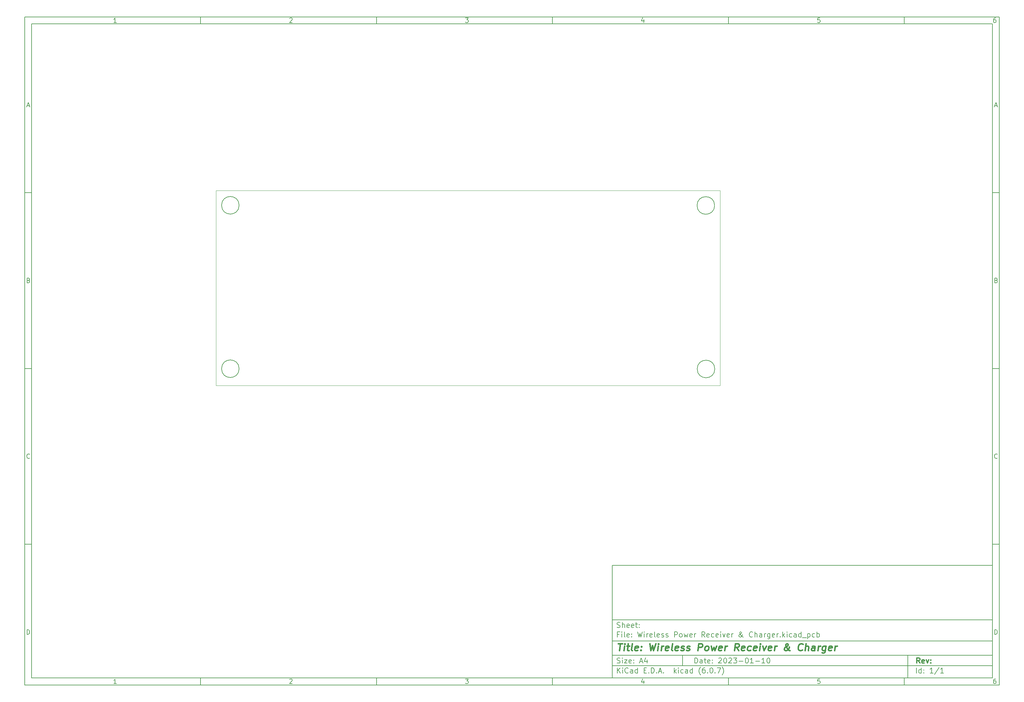
<source format=gbr>
%TF.GenerationSoftware,KiCad,Pcbnew,(6.0.7)*%
%TF.CreationDate,2023-01-12T19:29:26+03:00*%
%TF.ProjectId,Wireless Power Receiver & Charger,57697265-6c65-4737-9320-506f77657220,rev?*%
%TF.SameCoordinates,Original*%
%TF.FileFunction,Other,Comment*%
%FSLAX46Y46*%
G04 Gerber Fmt 4.6, Leading zero omitted, Abs format (unit mm)*
G04 Created by KiCad (PCBNEW (6.0.7)) date 2023-01-12 19:29:26*
%MOMM*%
%LPD*%
G01*
G04 APERTURE LIST*
%ADD10C,0.100000*%
%ADD11C,0.150000*%
%ADD12C,0.300000*%
%ADD13C,0.400000*%
%TA.AperFunction,Profile*%
%ADD14C,0.100000*%
%TD*%
G04 APERTURE END LIST*
D10*
D11*
X177002200Y-166007200D02*
X177002200Y-198007200D01*
X285002200Y-198007200D01*
X285002200Y-166007200D01*
X177002200Y-166007200D01*
D10*
D11*
X10000000Y-10000000D02*
X10000000Y-200007200D01*
X287002200Y-200007200D01*
X287002200Y-10000000D01*
X10000000Y-10000000D01*
D10*
D11*
X12000000Y-12000000D02*
X12000000Y-198007200D01*
X285002200Y-198007200D01*
X285002200Y-12000000D01*
X12000000Y-12000000D01*
D10*
D11*
X60000000Y-12000000D02*
X60000000Y-10000000D01*
D10*
D11*
X110000000Y-12000000D02*
X110000000Y-10000000D01*
D10*
D11*
X160000000Y-12000000D02*
X160000000Y-10000000D01*
D10*
D11*
X210000000Y-12000000D02*
X210000000Y-10000000D01*
D10*
D11*
X260000000Y-12000000D02*
X260000000Y-10000000D01*
D10*
D11*
X36065476Y-11588095D02*
X35322619Y-11588095D01*
X35694047Y-11588095D02*
X35694047Y-10288095D01*
X35570238Y-10473809D01*
X35446428Y-10597619D01*
X35322619Y-10659523D01*
D10*
D11*
X85322619Y-10411904D02*
X85384523Y-10350000D01*
X85508333Y-10288095D01*
X85817857Y-10288095D01*
X85941666Y-10350000D01*
X86003571Y-10411904D01*
X86065476Y-10535714D01*
X86065476Y-10659523D01*
X86003571Y-10845238D01*
X85260714Y-11588095D01*
X86065476Y-11588095D01*
D10*
D11*
X135260714Y-10288095D02*
X136065476Y-10288095D01*
X135632142Y-10783333D01*
X135817857Y-10783333D01*
X135941666Y-10845238D01*
X136003571Y-10907142D01*
X136065476Y-11030952D01*
X136065476Y-11340476D01*
X136003571Y-11464285D01*
X135941666Y-11526190D01*
X135817857Y-11588095D01*
X135446428Y-11588095D01*
X135322619Y-11526190D01*
X135260714Y-11464285D01*
D10*
D11*
X185941666Y-10721428D02*
X185941666Y-11588095D01*
X185632142Y-10226190D02*
X185322619Y-11154761D01*
X186127380Y-11154761D01*
D10*
D11*
X236003571Y-10288095D02*
X235384523Y-10288095D01*
X235322619Y-10907142D01*
X235384523Y-10845238D01*
X235508333Y-10783333D01*
X235817857Y-10783333D01*
X235941666Y-10845238D01*
X236003571Y-10907142D01*
X236065476Y-11030952D01*
X236065476Y-11340476D01*
X236003571Y-11464285D01*
X235941666Y-11526190D01*
X235817857Y-11588095D01*
X235508333Y-11588095D01*
X235384523Y-11526190D01*
X235322619Y-11464285D01*
D10*
D11*
X285941666Y-10288095D02*
X285694047Y-10288095D01*
X285570238Y-10350000D01*
X285508333Y-10411904D01*
X285384523Y-10597619D01*
X285322619Y-10845238D01*
X285322619Y-11340476D01*
X285384523Y-11464285D01*
X285446428Y-11526190D01*
X285570238Y-11588095D01*
X285817857Y-11588095D01*
X285941666Y-11526190D01*
X286003571Y-11464285D01*
X286065476Y-11340476D01*
X286065476Y-11030952D01*
X286003571Y-10907142D01*
X285941666Y-10845238D01*
X285817857Y-10783333D01*
X285570238Y-10783333D01*
X285446428Y-10845238D01*
X285384523Y-10907142D01*
X285322619Y-11030952D01*
D10*
D11*
X60000000Y-198007200D02*
X60000000Y-200007200D01*
D10*
D11*
X110000000Y-198007200D02*
X110000000Y-200007200D01*
D10*
D11*
X160000000Y-198007200D02*
X160000000Y-200007200D01*
D10*
D11*
X210000000Y-198007200D02*
X210000000Y-200007200D01*
D10*
D11*
X260000000Y-198007200D02*
X260000000Y-200007200D01*
D10*
D11*
X36065476Y-199595295D02*
X35322619Y-199595295D01*
X35694047Y-199595295D02*
X35694047Y-198295295D01*
X35570238Y-198481009D01*
X35446428Y-198604819D01*
X35322619Y-198666723D01*
D10*
D11*
X85322619Y-198419104D02*
X85384523Y-198357200D01*
X85508333Y-198295295D01*
X85817857Y-198295295D01*
X85941666Y-198357200D01*
X86003571Y-198419104D01*
X86065476Y-198542914D01*
X86065476Y-198666723D01*
X86003571Y-198852438D01*
X85260714Y-199595295D01*
X86065476Y-199595295D01*
D10*
D11*
X135260714Y-198295295D02*
X136065476Y-198295295D01*
X135632142Y-198790533D01*
X135817857Y-198790533D01*
X135941666Y-198852438D01*
X136003571Y-198914342D01*
X136065476Y-199038152D01*
X136065476Y-199347676D01*
X136003571Y-199471485D01*
X135941666Y-199533390D01*
X135817857Y-199595295D01*
X135446428Y-199595295D01*
X135322619Y-199533390D01*
X135260714Y-199471485D01*
D10*
D11*
X185941666Y-198728628D02*
X185941666Y-199595295D01*
X185632142Y-198233390D02*
X185322619Y-199161961D01*
X186127380Y-199161961D01*
D10*
D11*
X236003571Y-198295295D02*
X235384523Y-198295295D01*
X235322619Y-198914342D01*
X235384523Y-198852438D01*
X235508333Y-198790533D01*
X235817857Y-198790533D01*
X235941666Y-198852438D01*
X236003571Y-198914342D01*
X236065476Y-199038152D01*
X236065476Y-199347676D01*
X236003571Y-199471485D01*
X235941666Y-199533390D01*
X235817857Y-199595295D01*
X235508333Y-199595295D01*
X235384523Y-199533390D01*
X235322619Y-199471485D01*
D10*
D11*
X285941666Y-198295295D02*
X285694047Y-198295295D01*
X285570238Y-198357200D01*
X285508333Y-198419104D01*
X285384523Y-198604819D01*
X285322619Y-198852438D01*
X285322619Y-199347676D01*
X285384523Y-199471485D01*
X285446428Y-199533390D01*
X285570238Y-199595295D01*
X285817857Y-199595295D01*
X285941666Y-199533390D01*
X286003571Y-199471485D01*
X286065476Y-199347676D01*
X286065476Y-199038152D01*
X286003571Y-198914342D01*
X285941666Y-198852438D01*
X285817857Y-198790533D01*
X285570238Y-198790533D01*
X285446428Y-198852438D01*
X285384523Y-198914342D01*
X285322619Y-199038152D01*
D10*
D11*
X10000000Y-60000000D02*
X12000000Y-60000000D01*
D10*
D11*
X10000000Y-110000000D02*
X12000000Y-110000000D01*
D10*
D11*
X10000000Y-160000000D02*
X12000000Y-160000000D01*
D10*
D11*
X10690476Y-35216666D02*
X11309523Y-35216666D01*
X10566666Y-35588095D02*
X11000000Y-34288095D01*
X11433333Y-35588095D01*
D10*
D11*
X11092857Y-84907142D02*
X11278571Y-84969047D01*
X11340476Y-85030952D01*
X11402380Y-85154761D01*
X11402380Y-85340476D01*
X11340476Y-85464285D01*
X11278571Y-85526190D01*
X11154761Y-85588095D01*
X10659523Y-85588095D01*
X10659523Y-84288095D01*
X11092857Y-84288095D01*
X11216666Y-84350000D01*
X11278571Y-84411904D01*
X11340476Y-84535714D01*
X11340476Y-84659523D01*
X11278571Y-84783333D01*
X11216666Y-84845238D01*
X11092857Y-84907142D01*
X10659523Y-84907142D01*
D10*
D11*
X11402380Y-135464285D02*
X11340476Y-135526190D01*
X11154761Y-135588095D01*
X11030952Y-135588095D01*
X10845238Y-135526190D01*
X10721428Y-135402380D01*
X10659523Y-135278571D01*
X10597619Y-135030952D01*
X10597619Y-134845238D01*
X10659523Y-134597619D01*
X10721428Y-134473809D01*
X10845238Y-134350000D01*
X11030952Y-134288095D01*
X11154761Y-134288095D01*
X11340476Y-134350000D01*
X11402380Y-134411904D01*
D10*
D11*
X10659523Y-185588095D02*
X10659523Y-184288095D01*
X10969047Y-184288095D01*
X11154761Y-184350000D01*
X11278571Y-184473809D01*
X11340476Y-184597619D01*
X11402380Y-184845238D01*
X11402380Y-185030952D01*
X11340476Y-185278571D01*
X11278571Y-185402380D01*
X11154761Y-185526190D01*
X10969047Y-185588095D01*
X10659523Y-185588095D01*
D10*
D11*
X287002200Y-60000000D02*
X285002200Y-60000000D01*
D10*
D11*
X287002200Y-110000000D02*
X285002200Y-110000000D01*
D10*
D11*
X287002200Y-160000000D02*
X285002200Y-160000000D01*
D10*
D11*
X285692676Y-35216666D02*
X286311723Y-35216666D01*
X285568866Y-35588095D02*
X286002200Y-34288095D01*
X286435533Y-35588095D01*
D10*
D11*
X286095057Y-84907142D02*
X286280771Y-84969047D01*
X286342676Y-85030952D01*
X286404580Y-85154761D01*
X286404580Y-85340476D01*
X286342676Y-85464285D01*
X286280771Y-85526190D01*
X286156961Y-85588095D01*
X285661723Y-85588095D01*
X285661723Y-84288095D01*
X286095057Y-84288095D01*
X286218866Y-84350000D01*
X286280771Y-84411904D01*
X286342676Y-84535714D01*
X286342676Y-84659523D01*
X286280771Y-84783333D01*
X286218866Y-84845238D01*
X286095057Y-84907142D01*
X285661723Y-84907142D01*
D10*
D11*
X286404580Y-135464285D02*
X286342676Y-135526190D01*
X286156961Y-135588095D01*
X286033152Y-135588095D01*
X285847438Y-135526190D01*
X285723628Y-135402380D01*
X285661723Y-135278571D01*
X285599819Y-135030952D01*
X285599819Y-134845238D01*
X285661723Y-134597619D01*
X285723628Y-134473809D01*
X285847438Y-134350000D01*
X286033152Y-134288095D01*
X286156961Y-134288095D01*
X286342676Y-134350000D01*
X286404580Y-134411904D01*
D10*
D11*
X285661723Y-185588095D02*
X285661723Y-184288095D01*
X285971247Y-184288095D01*
X286156961Y-184350000D01*
X286280771Y-184473809D01*
X286342676Y-184597619D01*
X286404580Y-184845238D01*
X286404580Y-185030952D01*
X286342676Y-185278571D01*
X286280771Y-185402380D01*
X286156961Y-185526190D01*
X285971247Y-185588095D01*
X285661723Y-185588095D01*
D10*
D11*
X200434342Y-193785771D02*
X200434342Y-192285771D01*
X200791485Y-192285771D01*
X201005771Y-192357200D01*
X201148628Y-192500057D01*
X201220057Y-192642914D01*
X201291485Y-192928628D01*
X201291485Y-193142914D01*
X201220057Y-193428628D01*
X201148628Y-193571485D01*
X201005771Y-193714342D01*
X200791485Y-193785771D01*
X200434342Y-193785771D01*
X202577200Y-193785771D02*
X202577200Y-193000057D01*
X202505771Y-192857200D01*
X202362914Y-192785771D01*
X202077200Y-192785771D01*
X201934342Y-192857200D01*
X202577200Y-193714342D02*
X202434342Y-193785771D01*
X202077200Y-193785771D01*
X201934342Y-193714342D01*
X201862914Y-193571485D01*
X201862914Y-193428628D01*
X201934342Y-193285771D01*
X202077200Y-193214342D01*
X202434342Y-193214342D01*
X202577200Y-193142914D01*
X203077200Y-192785771D02*
X203648628Y-192785771D01*
X203291485Y-192285771D02*
X203291485Y-193571485D01*
X203362914Y-193714342D01*
X203505771Y-193785771D01*
X203648628Y-193785771D01*
X204720057Y-193714342D02*
X204577200Y-193785771D01*
X204291485Y-193785771D01*
X204148628Y-193714342D01*
X204077200Y-193571485D01*
X204077200Y-193000057D01*
X204148628Y-192857200D01*
X204291485Y-192785771D01*
X204577200Y-192785771D01*
X204720057Y-192857200D01*
X204791485Y-193000057D01*
X204791485Y-193142914D01*
X204077200Y-193285771D01*
X205434342Y-193642914D02*
X205505771Y-193714342D01*
X205434342Y-193785771D01*
X205362914Y-193714342D01*
X205434342Y-193642914D01*
X205434342Y-193785771D01*
X205434342Y-192857200D02*
X205505771Y-192928628D01*
X205434342Y-193000057D01*
X205362914Y-192928628D01*
X205434342Y-192857200D01*
X205434342Y-193000057D01*
X207220057Y-192428628D02*
X207291485Y-192357200D01*
X207434342Y-192285771D01*
X207791485Y-192285771D01*
X207934342Y-192357200D01*
X208005771Y-192428628D01*
X208077200Y-192571485D01*
X208077200Y-192714342D01*
X208005771Y-192928628D01*
X207148628Y-193785771D01*
X208077200Y-193785771D01*
X209005771Y-192285771D02*
X209148628Y-192285771D01*
X209291485Y-192357200D01*
X209362914Y-192428628D01*
X209434342Y-192571485D01*
X209505771Y-192857200D01*
X209505771Y-193214342D01*
X209434342Y-193500057D01*
X209362914Y-193642914D01*
X209291485Y-193714342D01*
X209148628Y-193785771D01*
X209005771Y-193785771D01*
X208862914Y-193714342D01*
X208791485Y-193642914D01*
X208720057Y-193500057D01*
X208648628Y-193214342D01*
X208648628Y-192857200D01*
X208720057Y-192571485D01*
X208791485Y-192428628D01*
X208862914Y-192357200D01*
X209005771Y-192285771D01*
X210077200Y-192428628D02*
X210148628Y-192357200D01*
X210291485Y-192285771D01*
X210648628Y-192285771D01*
X210791485Y-192357200D01*
X210862914Y-192428628D01*
X210934342Y-192571485D01*
X210934342Y-192714342D01*
X210862914Y-192928628D01*
X210005771Y-193785771D01*
X210934342Y-193785771D01*
X211434342Y-192285771D02*
X212362914Y-192285771D01*
X211862914Y-192857200D01*
X212077200Y-192857200D01*
X212220057Y-192928628D01*
X212291485Y-193000057D01*
X212362914Y-193142914D01*
X212362914Y-193500057D01*
X212291485Y-193642914D01*
X212220057Y-193714342D01*
X212077200Y-193785771D01*
X211648628Y-193785771D01*
X211505771Y-193714342D01*
X211434342Y-193642914D01*
X213005771Y-193214342D02*
X214148628Y-193214342D01*
X215148628Y-192285771D02*
X215291485Y-192285771D01*
X215434342Y-192357200D01*
X215505771Y-192428628D01*
X215577200Y-192571485D01*
X215648628Y-192857200D01*
X215648628Y-193214342D01*
X215577200Y-193500057D01*
X215505771Y-193642914D01*
X215434342Y-193714342D01*
X215291485Y-193785771D01*
X215148628Y-193785771D01*
X215005771Y-193714342D01*
X214934342Y-193642914D01*
X214862914Y-193500057D01*
X214791485Y-193214342D01*
X214791485Y-192857200D01*
X214862914Y-192571485D01*
X214934342Y-192428628D01*
X215005771Y-192357200D01*
X215148628Y-192285771D01*
X217077200Y-193785771D02*
X216220057Y-193785771D01*
X216648628Y-193785771D02*
X216648628Y-192285771D01*
X216505771Y-192500057D01*
X216362914Y-192642914D01*
X216220057Y-192714342D01*
X217720057Y-193214342D02*
X218862914Y-193214342D01*
X220362914Y-193785771D02*
X219505771Y-193785771D01*
X219934342Y-193785771D02*
X219934342Y-192285771D01*
X219791485Y-192500057D01*
X219648628Y-192642914D01*
X219505771Y-192714342D01*
X221291485Y-192285771D02*
X221434342Y-192285771D01*
X221577200Y-192357200D01*
X221648628Y-192428628D01*
X221720057Y-192571485D01*
X221791485Y-192857200D01*
X221791485Y-193214342D01*
X221720057Y-193500057D01*
X221648628Y-193642914D01*
X221577200Y-193714342D01*
X221434342Y-193785771D01*
X221291485Y-193785771D01*
X221148628Y-193714342D01*
X221077200Y-193642914D01*
X221005771Y-193500057D01*
X220934342Y-193214342D01*
X220934342Y-192857200D01*
X221005771Y-192571485D01*
X221077200Y-192428628D01*
X221148628Y-192357200D01*
X221291485Y-192285771D01*
D10*
D11*
X177002200Y-194507200D02*
X285002200Y-194507200D01*
D10*
D11*
X178434342Y-196585771D02*
X178434342Y-195085771D01*
X179291485Y-196585771D02*
X178648628Y-195728628D01*
X179291485Y-195085771D02*
X178434342Y-195942914D01*
X179934342Y-196585771D02*
X179934342Y-195585771D01*
X179934342Y-195085771D02*
X179862914Y-195157200D01*
X179934342Y-195228628D01*
X180005771Y-195157200D01*
X179934342Y-195085771D01*
X179934342Y-195228628D01*
X181505771Y-196442914D02*
X181434342Y-196514342D01*
X181220057Y-196585771D01*
X181077200Y-196585771D01*
X180862914Y-196514342D01*
X180720057Y-196371485D01*
X180648628Y-196228628D01*
X180577200Y-195942914D01*
X180577200Y-195728628D01*
X180648628Y-195442914D01*
X180720057Y-195300057D01*
X180862914Y-195157200D01*
X181077200Y-195085771D01*
X181220057Y-195085771D01*
X181434342Y-195157200D01*
X181505771Y-195228628D01*
X182791485Y-196585771D02*
X182791485Y-195800057D01*
X182720057Y-195657200D01*
X182577200Y-195585771D01*
X182291485Y-195585771D01*
X182148628Y-195657200D01*
X182791485Y-196514342D02*
X182648628Y-196585771D01*
X182291485Y-196585771D01*
X182148628Y-196514342D01*
X182077200Y-196371485D01*
X182077200Y-196228628D01*
X182148628Y-196085771D01*
X182291485Y-196014342D01*
X182648628Y-196014342D01*
X182791485Y-195942914D01*
X184148628Y-196585771D02*
X184148628Y-195085771D01*
X184148628Y-196514342D02*
X184005771Y-196585771D01*
X183720057Y-196585771D01*
X183577200Y-196514342D01*
X183505771Y-196442914D01*
X183434342Y-196300057D01*
X183434342Y-195871485D01*
X183505771Y-195728628D01*
X183577200Y-195657200D01*
X183720057Y-195585771D01*
X184005771Y-195585771D01*
X184148628Y-195657200D01*
X186005771Y-195800057D02*
X186505771Y-195800057D01*
X186720057Y-196585771D02*
X186005771Y-196585771D01*
X186005771Y-195085771D01*
X186720057Y-195085771D01*
X187362914Y-196442914D02*
X187434342Y-196514342D01*
X187362914Y-196585771D01*
X187291485Y-196514342D01*
X187362914Y-196442914D01*
X187362914Y-196585771D01*
X188077200Y-196585771D02*
X188077200Y-195085771D01*
X188434342Y-195085771D01*
X188648628Y-195157200D01*
X188791485Y-195300057D01*
X188862914Y-195442914D01*
X188934342Y-195728628D01*
X188934342Y-195942914D01*
X188862914Y-196228628D01*
X188791485Y-196371485D01*
X188648628Y-196514342D01*
X188434342Y-196585771D01*
X188077200Y-196585771D01*
X189577200Y-196442914D02*
X189648628Y-196514342D01*
X189577200Y-196585771D01*
X189505771Y-196514342D01*
X189577200Y-196442914D01*
X189577200Y-196585771D01*
X190220057Y-196157200D02*
X190934342Y-196157200D01*
X190077200Y-196585771D02*
X190577200Y-195085771D01*
X191077200Y-196585771D01*
X191577200Y-196442914D02*
X191648628Y-196514342D01*
X191577200Y-196585771D01*
X191505771Y-196514342D01*
X191577200Y-196442914D01*
X191577200Y-196585771D01*
X194577200Y-196585771D02*
X194577200Y-195085771D01*
X194720057Y-196014342D02*
X195148628Y-196585771D01*
X195148628Y-195585771D02*
X194577200Y-196157200D01*
X195791485Y-196585771D02*
X195791485Y-195585771D01*
X195791485Y-195085771D02*
X195720057Y-195157200D01*
X195791485Y-195228628D01*
X195862914Y-195157200D01*
X195791485Y-195085771D01*
X195791485Y-195228628D01*
X197148628Y-196514342D02*
X197005771Y-196585771D01*
X196720057Y-196585771D01*
X196577200Y-196514342D01*
X196505771Y-196442914D01*
X196434342Y-196300057D01*
X196434342Y-195871485D01*
X196505771Y-195728628D01*
X196577200Y-195657200D01*
X196720057Y-195585771D01*
X197005771Y-195585771D01*
X197148628Y-195657200D01*
X198434342Y-196585771D02*
X198434342Y-195800057D01*
X198362914Y-195657200D01*
X198220057Y-195585771D01*
X197934342Y-195585771D01*
X197791485Y-195657200D01*
X198434342Y-196514342D02*
X198291485Y-196585771D01*
X197934342Y-196585771D01*
X197791485Y-196514342D01*
X197720057Y-196371485D01*
X197720057Y-196228628D01*
X197791485Y-196085771D01*
X197934342Y-196014342D01*
X198291485Y-196014342D01*
X198434342Y-195942914D01*
X199791485Y-196585771D02*
X199791485Y-195085771D01*
X199791485Y-196514342D02*
X199648628Y-196585771D01*
X199362914Y-196585771D01*
X199220057Y-196514342D01*
X199148628Y-196442914D01*
X199077200Y-196300057D01*
X199077200Y-195871485D01*
X199148628Y-195728628D01*
X199220057Y-195657200D01*
X199362914Y-195585771D01*
X199648628Y-195585771D01*
X199791485Y-195657200D01*
X202077200Y-197157200D02*
X202005771Y-197085771D01*
X201862914Y-196871485D01*
X201791485Y-196728628D01*
X201720057Y-196514342D01*
X201648628Y-196157200D01*
X201648628Y-195871485D01*
X201720057Y-195514342D01*
X201791485Y-195300057D01*
X201862914Y-195157200D01*
X202005771Y-194942914D01*
X202077200Y-194871485D01*
X203291485Y-195085771D02*
X203005771Y-195085771D01*
X202862914Y-195157200D01*
X202791485Y-195228628D01*
X202648628Y-195442914D01*
X202577200Y-195728628D01*
X202577200Y-196300057D01*
X202648628Y-196442914D01*
X202720057Y-196514342D01*
X202862914Y-196585771D01*
X203148628Y-196585771D01*
X203291485Y-196514342D01*
X203362914Y-196442914D01*
X203434342Y-196300057D01*
X203434342Y-195942914D01*
X203362914Y-195800057D01*
X203291485Y-195728628D01*
X203148628Y-195657200D01*
X202862914Y-195657200D01*
X202720057Y-195728628D01*
X202648628Y-195800057D01*
X202577200Y-195942914D01*
X204077200Y-196442914D02*
X204148628Y-196514342D01*
X204077200Y-196585771D01*
X204005771Y-196514342D01*
X204077200Y-196442914D01*
X204077200Y-196585771D01*
X205077200Y-195085771D02*
X205220057Y-195085771D01*
X205362914Y-195157200D01*
X205434342Y-195228628D01*
X205505771Y-195371485D01*
X205577200Y-195657200D01*
X205577200Y-196014342D01*
X205505771Y-196300057D01*
X205434342Y-196442914D01*
X205362914Y-196514342D01*
X205220057Y-196585771D01*
X205077200Y-196585771D01*
X204934342Y-196514342D01*
X204862914Y-196442914D01*
X204791485Y-196300057D01*
X204720057Y-196014342D01*
X204720057Y-195657200D01*
X204791485Y-195371485D01*
X204862914Y-195228628D01*
X204934342Y-195157200D01*
X205077200Y-195085771D01*
X206220057Y-196442914D02*
X206291485Y-196514342D01*
X206220057Y-196585771D01*
X206148628Y-196514342D01*
X206220057Y-196442914D01*
X206220057Y-196585771D01*
X206791485Y-195085771D02*
X207791485Y-195085771D01*
X207148628Y-196585771D01*
X208220057Y-197157200D02*
X208291485Y-197085771D01*
X208434342Y-196871485D01*
X208505771Y-196728628D01*
X208577200Y-196514342D01*
X208648628Y-196157200D01*
X208648628Y-195871485D01*
X208577200Y-195514342D01*
X208505771Y-195300057D01*
X208434342Y-195157200D01*
X208291485Y-194942914D01*
X208220057Y-194871485D01*
D10*
D11*
X177002200Y-191507200D02*
X285002200Y-191507200D01*
D10*
D12*
X264411485Y-193785771D02*
X263911485Y-193071485D01*
X263554342Y-193785771D02*
X263554342Y-192285771D01*
X264125771Y-192285771D01*
X264268628Y-192357200D01*
X264340057Y-192428628D01*
X264411485Y-192571485D01*
X264411485Y-192785771D01*
X264340057Y-192928628D01*
X264268628Y-193000057D01*
X264125771Y-193071485D01*
X263554342Y-193071485D01*
X265625771Y-193714342D02*
X265482914Y-193785771D01*
X265197200Y-193785771D01*
X265054342Y-193714342D01*
X264982914Y-193571485D01*
X264982914Y-193000057D01*
X265054342Y-192857200D01*
X265197200Y-192785771D01*
X265482914Y-192785771D01*
X265625771Y-192857200D01*
X265697200Y-193000057D01*
X265697200Y-193142914D01*
X264982914Y-193285771D01*
X266197200Y-192785771D02*
X266554342Y-193785771D01*
X266911485Y-192785771D01*
X267482914Y-193642914D02*
X267554342Y-193714342D01*
X267482914Y-193785771D01*
X267411485Y-193714342D01*
X267482914Y-193642914D01*
X267482914Y-193785771D01*
X267482914Y-192857200D02*
X267554342Y-192928628D01*
X267482914Y-193000057D01*
X267411485Y-192928628D01*
X267482914Y-192857200D01*
X267482914Y-193000057D01*
D10*
D11*
X178362914Y-193714342D02*
X178577200Y-193785771D01*
X178934342Y-193785771D01*
X179077200Y-193714342D01*
X179148628Y-193642914D01*
X179220057Y-193500057D01*
X179220057Y-193357200D01*
X179148628Y-193214342D01*
X179077200Y-193142914D01*
X178934342Y-193071485D01*
X178648628Y-193000057D01*
X178505771Y-192928628D01*
X178434342Y-192857200D01*
X178362914Y-192714342D01*
X178362914Y-192571485D01*
X178434342Y-192428628D01*
X178505771Y-192357200D01*
X178648628Y-192285771D01*
X179005771Y-192285771D01*
X179220057Y-192357200D01*
X179862914Y-193785771D02*
X179862914Y-192785771D01*
X179862914Y-192285771D02*
X179791485Y-192357200D01*
X179862914Y-192428628D01*
X179934342Y-192357200D01*
X179862914Y-192285771D01*
X179862914Y-192428628D01*
X180434342Y-192785771D02*
X181220057Y-192785771D01*
X180434342Y-193785771D01*
X181220057Y-193785771D01*
X182362914Y-193714342D02*
X182220057Y-193785771D01*
X181934342Y-193785771D01*
X181791485Y-193714342D01*
X181720057Y-193571485D01*
X181720057Y-193000057D01*
X181791485Y-192857200D01*
X181934342Y-192785771D01*
X182220057Y-192785771D01*
X182362914Y-192857200D01*
X182434342Y-193000057D01*
X182434342Y-193142914D01*
X181720057Y-193285771D01*
X183077200Y-193642914D02*
X183148628Y-193714342D01*
X183077200Y-193785771D01*
X183005771Y-193714342D01*
X183077200Y-193642914D01*
X183077200Y-193785771D01*
X183077200Y-192857200D02*
X183148628Y-192928628D01*
X183077200Y-193000057D01*
X183005771Y-192928628D01*
X183077200Y-192857200D01*
X183077200Y-193000057D01*
X184862914Y-193357200D02*
X185577200Y-193357200D01*
X184720057Y-193785771D02*
X185220057Y-192285771D01*
X185720057Y-193785771D01*
X186862914Y-192785771D02*
X186862914Y-193785771D01*
X186505771Y-192214342D02*
X186148628Y-193285771D01*
X187077200Y-193285771D01*
D10*
D11*
X263434342Y-196585771D02*
X263434342Y-195085771D01*
X264791485Y-196585771D02*
X264791485Y-195085771D01*
X264791485Y-196514342D02*
X264648628Y-196585771D01*
X264362914Y-196585771D01*
X264220057Y-196514342D01*
X264148628Y-196442914D01*
X264077200Y-196300057D01*
X264077200Y-195871485D01*
X264148628Y-195728628D01*
X264220057Y-195657200D01*
X264362914Y-195585771D01*
X264648628Y-195585771D01*
X264791485Y-195657200D01*
X265505771Y-196442914D02*
X265577200Y-196514342D01*
X265505771Y-196585771D01*
X265434342Y-196514342D01*
X265505771Y-196442914D01*
X265505771Y-196585771D01*
X265505771Y-195657200D02*
X265577200Y-195728628D01*
X265505771Y-195800057D01*
X265434342Y-195728628D01*
X265505771Y-195657200D01*
X265505771Y-195800057D01*
X268148628Y-196585771D02*
X267291485Y-196585771D01*
X267720057Y-196585771D02*
X267720057Y-195085771D01*
X267577200Y-195300057D01*
X267434342Y-195442914D01*
X267291485Y-195514342D01*
X269862914Y-195014342D02*
X268577200Y-196942914D01*
X271148628Y-196585771D02*
X270291485Y-196585771D01*
X270720057Y-196585771D02*
X270720057Y-195085771D01*
X270577200Y-195300057D01*
X270434342Y-195442914D01*
X270291485Y-195514342D01*
D10*
D11*
X177002200Y-187507200D02*
X285002200Y-187507200D01*
D10*
D13*
X178714580Y-188211961D02*
X179857438Y-188211961D01*
X179036009Y-190211961D02*
X179286009Y-188211961D01*
X180274104Y-190211961D02*
X180440771Y-188878628D01*
X180524104Y-188211961D02*
X180416961Y-188307200D01*
X180500295Y-188402438D01*
X180607438Y-188307200D01*
X180524104Y-188211961D01*
X180500295Y-188402438D01*
X181107438Y-188878628D02*
X181869342Y-188878628D01*
X181476485Y-188211961D02*
X181262200Y-189926247D01*
X181333628Y-190116723D01*
X181512200Y-190211961D01*
X181702676Y-190211961D01*
X182655057Y-190211961D02*
X182476485Y-190116723D01*
X182405057Y-189926247D01*
X182619342Y-188211961D01*
X184190771Y-190116723D02*
X183988390Y-190211961D01*
X183607438Y-190211961D01*
X183428866Y-190116723D01*
X183357438Y-189926247D01*
X183452676Y-189164342D01*
X183571723Y-188973866D01*
X183774104Y-188878628D01*
X184155057Y-188878628D01*
X184333628Y-188973866D01*
X184405057Y-189164342D01*
X184381247Y-189354819D01*
X183405057Y-189545295D01*
X185155057Y-190021485D02*
X185238390Y-190116723D01*
X185131247Y-190211961D01*
X185047914Y-190116723D01*
X185155057Y-190021485D01*
X185131247Y-190211961D01*
X185286009Y-188973866D02*
X185369342Y-189069104D01*
X185262200Y-189164342D01*
X185178866Y-189069104D01*
X185286009Y-188973866D01*
X185262200Y-189164342D01*
X187666961Y-188211961D02*
X187893152Y-190211961D01*
X188452676Y-188783390D01*
X188655057Y-190211961D01*
X189381247Y-188211961D01*
X189893152Y-190211961D02*
X190059819Y-188878628D01*
X190143152Y-188211961D02*
X190036009Y-188307200D01*
X190119342Y-188402438D01*
X190226485Y-188307200D01*
X190143152Y-188211961D01*
X190119342Y-188402438D01*
X190845533Y-190211961D02*
X191012200Y-188878628D01*
X190964580Y-189259580D02*
X191083628Y-189069104D01*
X191190771Y-188973866D01*
X191393152Y-188878628D01*
X191583628Y-188878628D01*
X192857438Y-190116723D02*
X192655057Y-190211961D01*
X192274104Y-190211961D01*
X192095533Y-190116723D01*
X192024104Y-189926247D01*
X192119342Y-189164342D01*
X192238390Y-188973866D01*
X192440771Y-188878628D01*
X192821723Y-188878628D01*
X193000295Y-188973866D01*
X193071723Y-189164342D01*
X193047914Y-189354819D01*
X192071723Y-189545295D01*
X194083628Y-190211961D02*
X193905057Y-190116723D01*
X193833628Y-189926247D01*
X194047914Y-188211961D01*
X195619342Y-190116723D02*
X195416961Y-190211961D01*
X195036009Y-190211961D01*
X194857438Y-190116723D01*
X194786009Y-189926247D01*
X194881247Y-189164342D01*
X195000295Y-188973866D01*
X195202676Y-188878628D01*
X195583628Y-188878628D01*
X195762200Y-188973866D01*
X195833628Y-189164342D01*
X195809819Y-189354819D01*
X194833628Y-189545295D01*
X196476485Y-190116723D02*
X196655057Y-190211961D01*
X197036009Y-190211961D01*
X197238390Y-190116723D01*
X197357438Y-189926247D01*
X197369342Y-189831009D01*
X197297914Y-189640533D01*
X197119342Y-189545295D01*
X196833628Y-189545295D01*
X196655057Y-189450057D01*
X196583628Y-189259580D01*
X196595533Y-189164342D01*
X196714580Y-188973866D01*
X196916961Y-188878628D01*
X197202676Y-188878628D01*
X197381247Y-188973866D01*
X198095533Y-190116723D02*
X198274104Y-190211961D01*
X198655057Y-190211961D01*
X198857438Y-190116723D01*
X198976485Y-189926247D01*
X198988390Y-189831009D01*
X198916961Y-189640533D01*
X198738390Y-189545295D01*
X198452676Y-189545295D01*
X198274104Y-189450057D01*
X198202676Y-189259580D01*
X198214580Y-189164342D01*
X198333628Y-188973866D01*
X198536009Y-188878628D01*
X198821723Y-188878628D01*
X199000295Y-188973866D01*
X201321723Y-190211961D02*
X201571723Y-188211961D01*
X202333628Y-188211961D01*
X202512200Y-188307200D01*
X202595533Y-188402438D01*
X202666961Y-188592914D01*
X202631247Y-188878628D01*
X202512200Y-189069104D01*
X202405057Y-189164342D01*
X202202676Y-189259580D01*
X201440771Y-189259580D01*
X203607438Y-190211961D02*
X203428866Y-190116723D01*
X203345533Y-190021485D01*
X203274104Y-189831009D01*
X203345533Y-189259580D01*
X203464580Y-189069104D01*
X203571723Y-188973866D01*
X203774104Y-188878628D01*
X204059819Y-188878628D01*
X204238390Y-188973866D01*
X204321723Y-189069104D01*
X204393152Y-189259580D01*
X204321723Y-189831009D01*
X204202676Y-190021485D01*
X204095533Y-190116723D01*
X203893152Y-190211961D01*
X203607438Y-190211961D01*
X205107438Y-188878628D02*
X205321723Y-190211961D01*
X205821723Y-189259580D01*
X206083628Y-190211961D01*
X206631247Y-188878628D01*
X208000295Y-190116723D02*
X207797914Y-190211961D01*
X207416961Y-190211961D01*
X207238390Y-190116723D01*
X207166961Y-189926247D01*
X207262200Y-189164342D01*
X207381247Y-188973866D01*
X207583628Y-188878628D01*
X207964580Y-188878628D01*
X208143152Y-188973866D01*
X208214580Y-189164342D01*
X208190771Y-189354819D01*
X207214580Y-189545295D01*
X208940771Y-190211961D02*
X209107438Y-188878628D01*
X209059819Y-189259580D02*
X209178866Y-189069104D01*
X209286009Y-188973866D01*
X209488390Y-188878628D01*
X209678866Y-188878628D01*
X212845533Y-190211961D02*
X212297914Y-189259580D01*
X211702676Y-190211961D02*
X211952676Y-188211961D01*
X212714580Y-188211961D01*
X212893152Y-188307200D01*
X212976485Y-188402438D01*
X213047914Y-188592914D01*
X213012200Y-188878628D01*
X212893152Y-189069104D01*
X212786009Y-189164342D01*
X212583628Y-189259580D01*
X211821723Y-189259580D01*
X214476485Y-190116723D02*
X214274104Y-190211961D01*
X213893152Y-190211961D01*
X213714580Y-190116723D01*
X213643152Y-189926247D01*
X213738390Y-189164342D01*
X213857438Y-188973866D01*
X214059819Y-188878628D01*
X214440771Y-188878628D01*
X214619342Y-188973866D01*
X214690771Y-189164342D01*
X214666961Y-189354819D01*
X213690771Y-189545295D01*
X216286009Y-190116723D02*
X216083628Y-190211961D01*
X215702676Y-190211961D01*
X215524104Y-190116723D01*
X215440771Y-190021485D01*
X215369342Y-189831009D01*
X215440771Y-189259580D01*
X215559819Y-189069104D01*
X215666961Y-188973866D01*
X215869342Y-188878628D01*
X216250295Y-188878628D01*
X216428866Y-188973866D01*
X217905057Y-190116723D02*
X217702676Y-190211961D01*
X217321723Y-190211961D01*
X217143152Y-190116723D01*
X217071723Y-189926247D01*
X217166961Y-189164342D01*
X217286009Y-188973866D01*
X217488390Y-188878628D01*
X217869342Y-188878628D01*
X218047914Y-188973866D01*
X218119342Y-189164342D01*
X218095533Y-189354819D01*
X217119342Y-189545295D01*
X218845533Y-190211961D02*
X219012200Y-188878628D01*
X219095533Y-188211961D02*
X218988390Y-188307200D01*
X219071723Y-188402438D01*
X219178866Y-188307200D01*
X219095533Y-188211961D01*
X219071723Y-188402438D01*
X219774104Y-188878628D02*
X220083628Y-190211961D01*
X220726485Y-188878628D01*
X222095533Y-190116723D02*
X221893152Y-190211961D01*
X221512200Y-190211961D01*
X221333628Y-190116723D01*
X221262200Y-189926247D01*
X221357438Y-189164342D01*
X221476485Y-188973866D01*
X221678866Y-188878628D01*
X222059819Y-188878628D01*
X222238390Y-188973866D01*
X222309819Y-189164342D01*
X222286009Y-189354819D01*
X221309819Y-189545295D01*
X223036009Y-190211961D02*
X223202676Y-188878628D01*
X223155057Y-189259580D02*
X223274104Y-189069104D01*
X223381247Y-188973866D01*
X223583628Y-188878628D01*
X223774104Y-188878628D01*
X227416961Y-190211961D02*
X227321723Y-190211961D01*
X227143152Y-190116723D01*
X226893152Y-189831009D01*
X226488390Y-189259580D01*
X226333628Y-188973866D01*
X226274104Y-188688152D01*
X226297914Y-188497676D01*
X226416961Y-188307200D01*
X226619342Y-188211961D01*
X226714580Y-188211961D01*
X226893152Y-188307200D01*
X226964580Y-188497676D01*
X226952676Y-188592914D01*
X226833628Y-188783390D01*
X226726485Y-188878628D01*
X226107438Y-189259580D01*
X226000295Y-189354819D01*
X225881247Y-189545295D01*
X225845533Y-189831009D01*
X225916961Y-190021485D01*
X226000295Y-190116723D01*
X226178866Y-190211961D01*
X226464580Y-190211961D01*
X226666961Y-190116723D01*
X226774104Y-190021485D01*
X227107438Y-189640533D01*
X227238390Y-189354819D01*
X227262200Y-189164342D01*
X230964580Y-190021485D02*
X230857438Y-190116723D01*
X230559819Y-190211961D01*
X230369342Y-190211961D01*
X230095533Y-190116723D01*
X229928866Y-189926247D01*
X229857438Y-189735771D01*
X229809819Y-189354819D01*
X229845533Y-189069104D01*
X229988390Y-188688152D01*
X230107438Y-188497676D01*
X230321723Y-188307200D01*
X230619342Y-188211961D01*
X230809819Y-188211961D01*
X231083628Y-188307200D01*
X231166961Y-188402438D01*
X231797914Y-190211961D02*
X232047914Y-188211961D01*
X232655057Y-190211961D02*
X232786009Y-189164342D01*
X232714580Y-188973866D01*
X232536009Y-188878628D01*
X232250295Y-188878628D01*
X232047914Y-188973866D01*
X231940771Y-189069104D01*
X234464580Y-190211961D02*
X234595533Y-189164342D01*
X234524104Y-188973866D01*
X234345533Y-188878628D01*
X233964580Y-188878628D01*
X233762200Y-188973866D01*
X234476485Y-190116723D02*
X234274104Y-190211961D01*
X233797914Y-190211961D01*
X233619342Y-190116723D01*
X233547914Y-189926247D01*
X233571723Y-189735771D01*
X233690771Y-189545295D01*
X233893152Y-189450057D01*
X234369342Y-189450057D01*
X234571723Y-189354819D01*
X235416961Y-190211961D02*
X235583628Y-188878628D01*
X235536009Y-189259580D02*
X235655057Y-189069104D01*
X235762200Y-188973866D01*
X235964580Y-188878628D01*
X236155057Y-188878628D01*
X237678866Y-188878628D02*
X237476485Y-190497676D01*
X237357438Y-190688152D01*
X237250295Y-190783390D01*
X237047914Y-190878628D01*
X236762200Y-190878628D01*
X236583628Y-190783390D01*
X237524104Y-190116723D02*
X237321723Y-190211961D01*
X236940771Y-190211961D01*
X236762200Y-190116723D01*
X236678866Y-190021485D01*
X236607438Y-189831009D01*
X236678866Y-189259580D01*
X236797914Y-189069104D01*
X236905057Y-188973866D01*
X237107438Y-188878628D01*
X237488390Y-188878628D01*
X237666961Y-188973866D01*
X239238390Y-190116723D02*
X239036009Y-190211961D01*
X238655057Y-190211961D01*
X238476485Y-190116723D01*
X238405057Y-189926247D01*
X238500295Y-189164342D01*
X238619342Y-188973866D01*
X238821723Y-188878628D01*
X239202676Y-188878628D01*
X239381247Y-188973866D01*
X239452676Y-189164342D01*
X239428866Y-189354819D01*
X238452676Y-189545295D01*
X240178866Y-190211961D02*
X240345533Y-188878628D01*
X240297914Y-189259580D02*
X240416961Y-189069104D01*
X240524104Y-188973866D01*
X240726485Y-188878628D01*
X240916961Y-188878628D01*
D10*
D11*
X178934342Y-185600057D02*
X178434342Y-185600057D01*
X178434342Y-186385771D02*
X178434342Y-184885771D01*
X179148628Y-184885771D01*
X179720057Y-186385771D02*
X179720057Y-185385771D01*
X179720057Y-184885771D02*
X179648628Y-184957200D01*
X179720057Y-185028628D01*
X179791485Y-184957200D01*
X179720057Y-184885771D01*
X179720057Y-185028628D01*
X180648628Y-186385771D02*
X180505771Y-186314342D01*
X180434342Y-186171485D01*
X180434342Y-184885771D01*
X181791485Y-186314342D02*
X181648628Y-186385771D01*
X181362914Y-186385771D01*
X181220057Y-186314342D01*
X181148628Y-186171485D01*
X181148628Y-185600057D01*
X181220057Y-185457200D01*
X181362914Y-185385771D01*
X181648628Y-185385771D01*
X181791485Y-185457200D01*
X181862914Y-185600057D01*
X181862914Y-185742914D01*
X181148628Y-185885771D01*
X182505771Y-186242914D02*
X182577200Y-186314342D01*
X182505771Y-186385771D01*
X182434342Y-186314342D01*
X182505771Y-186242914D01*
X182505771Y-186385771D01*
X182505771Y-185457200D02*
X182577200Y-185528628D01*
X182505771Y-185600057D01*
X182434342Y-185528628D01*
X182505771Y-185457200D01*
X182505771Y-185600057D01*
X184220057Y-184885771D02*
X184577200Y-186385771D01*
X184862914Y-185314342D01*
X185148628Y-186385771D01*
X185505771Y-184885771D01*
X186077200Y-186385771D02*
X186077200Y-185385771D01*
X186077200Y-184885771D02*
X186005771Y-184957200D01*
X186077200Y-185028628D01*
X186148628Y-184957200D01*
X186077200Y-184885771D01*
X186077200Y-185028628D01*
X186791485Y-186385771D02*
X186791485Y-185385771D01*
X186791485Y-185671485D02*
X186862914Y-185528628D01*
X186934342Y-185457200D01*
X187077200Y-185385771D01*
X187220057Y-185385771D01*
X188291485Y-186314342D02*
X188148628Y-186385771D01*
X187862914Y-186385771D01*
X187720057Y-186314342D01*
X187648628Y-186171485D01*
X187648628Y-185600057D01*
X187720057Y-185457200D01*
X187862914Y-185385771D01*
X188148628Y-185385771D01*
X188291485Y-185457200D01*
X188362914Y-185600057D01*
X188362914Y-185742914D01*
X187648628Y-185885771D01*
X189220057Y-186385771D02*
X189077200Y-186314342D01*
X189005771Y-186171485D01*
X189005771Y-184885771D01*
X190362914Y-186314342D02*
X190220057Y-186385771D01*
X189934342Y-186385771D01*
X189791485Y-186314342D01*
X189720057Y-186171485D01*
X189720057Y-185600057D01*
X189791485Y-185457200D01*
X189934342Y-185385771D01*
X190220057Y-185385771D01*
X190362914Y-185457200D01*
X190434342Y-185600057D01*
X190434342Y-185742914D01*
X189720057Y-185885771D01*
X191005771Y-186314342D02*
X191148628Y-186385771D01*
X191434342Y-186385771D01*
X191577200Y-186314342D01*
X191648628Y-186171485D01*
X191648628Y-186100057D01*
X191577200Y-185957200D01*
X191434342Y-185885771D01*
X191220057Y-185885771D01*
X191077200Y-185814342D01*
X191005771Y-185671485D01*
X191005771Y-185600057D01*
X191077200Y-185457200D01*
X191220057Y-185385771D01*
X191434342Y-185385771D01*
X191577200Y-185457200D01*
X192220057Y-186314342D02*
X192362914Y-186385771D01*
X192648628Y-186385771D01*
X192791485Y-186314342D01*
X192862914Y-186171485D01*
X192862914Y-186100057D01*
X192791485Y-185957200D01*
X192648628Y-185885771D01*
X192434342Y-185885771D01*
X192291485Y-185814342D01*
X192220057Y-185671485D01*
X192220057Y-185600057D01*
X192291485Y-185457200D01*
X192434342Y-185385771D01*
X192648628Y-185385771D01*
X192791485Y-185457200D01*
X194648628Y-186385771D02*
X194648628Y-184885771D01*
X195220057Y-184885771D01*
X195362914Y-184957200D01*
X195434342Y-185028628D01*
X195505771Y-185171485D01*
X195505771Y-185385771D01*
X195434342Y-185528628D01*
X195362914Y-185600057D01*
X195220057Y-185671485D01*
X194648628Y-185671485D01*
X196362914Y-186385771D02*
X196220057Y-186314342D01*
X196148628Y-186242914D01*
X196077200Y-186100057D01*
X196077200Y-185671485D01*
X196148628Y-185528628D01*
X196220057Y-185457200D01*
X196362914Y-185385771D01*
X196577200Y-185385771D01*
X196720057Y-185457200D01*
X196791485Y-185528628D01*
X196862914Y-185671485D01*
X196862914Y-186100057D01*
X196791485Y-186242914D01*
X196720057Y-186314342D01*
X196577200Y-186385771D01*
X196362914Y-186385771D01*
X197362914Y-185385771D02*
X197648628Y-186385771D01*
X197934342Y-185671485D01*
X198220057Y-186385771D01*
X198505771Y-185385771D01*
X199648628Y-186314342D02*
X199505771Y-186385771D01*
X199220057Y-186385771D01*
X199077200Y-186314342D01*
X199005771Y-186171485D01*
X199005771Y-185600057D01*
X199077200Y-185457200D01*
X199220057Y-185385771D01*
X199505771Y-185385771D01*
X199648628Y-185457200D01*
X199720057Y-185600057D01*
X199720057Y-185742914D01*
X199005771Y-185885771D01*
X200362914Y-186385771D02*
X200362914Y-185385771D01*
X200362914Y-185671485D02*
X200434342Y-185528628D01*
X200505771Y-185457200D01*
X200648628Y-185385771D01*
X200791485Y-185385771D01*
X203291485Y-186385771D02*
X202791485Y-185671485D01*
X202434342Y-186385771D02*
X202434342Y-184885771D01*
X203005771Y-184885771D01*
X203148628Y-184957200D01*
X203220057Y-185028628D01*
X203291485Y-185171485D01*
X203291485Y-185385771D01*
X203220057Y-185528628D01*
X203148628Y-185600057D01*
X203005771Y-185671485D01*
X202434342Y-185671485D01*
X204505771Y-186314342D02*
X204362914Y-186385771D01*
X204077200Y-186385771D01*
X203934342Y-186314342D01*
X203862914Y-186171485D01*
X203862914Y-185600057D01*
X203934342Y-185457200D01*
X204077200Y-185385771D01*
X204362914Y-185385771D01*
X204505771Y-185457200D01*
X204577200Y-185600057D01*
X204577200Y-185742914D01*
X203862914Y-185885771D01*
X205862914Y-186314342D02*
X205720057Y-186385771D01*
X205434342Y-186385771D01*
X205291485Y-186314342D01*
X205220057Y-186242914D01*
X205148628Y-186100057D01*
X205148628Y-185671485D01*
X205220057Y-185528628D01*
X205291485Y-185457200D01*
X205434342Y-185385771D01*
X205720057Y-185385771D01*
X205862914Y-185457200D01*
X207077200Y-186314342D02*
X206934342Y-186385771D01*
X206648628Y-186385771D01*
X206505771Y-186314342D01*
X206434342Y-186171485D01*
X206434342Y-185600057D01*
X206505771Y-185457200D01*
X206648628Y-185385771D01*
X206934342Y-185385771D01*
X207077200Y-185457200D01*
X207148628Y-185600057D01*
X207148628Y-185742914D01*
X206434342Y-185885771D01*
X207791485Y-186385771D02*
X207791485Y-185385771D01*
X207791485Y-184885771D02*
X207720057Y-184957200D01*
X207791485Y-185028628D01*
X207862914Y-184957200D01*
X207791485Y-184885771D01*
X207791485Y-185028628D01*
X208362914Y-185385771D02*
X208720057Y-186385771D01*
X209077200Y-185385771D01*
X210220057Y-186314342D02*
X210077200Y-186385771D01*
X209791485Y-186385771D01*
X209648628Y-186314342D01*
X209577200Y-186171485D01*
X209577200Y-185600057D01*
X209648628Y-185457200D01*
X209791485Y-185385771D01*
X210077200Y-185385771D01*
X210220057Y-185457200D01*
X210291485Y-185600057D01*
X210291485Y-185742914D01*
X209577200Y-185885771D01*
X210934342Y-186385771D02*
X210934342Y-185385771D01*
X210934342Y-185671485D02*
X211005771Y-185528628D01*
X211077200Y-185457200D01*
X211220057Y-185385771D01*
X211362914Y-185385771D01*
X214220057Y-186385771D02*
X214148628Y-186385771D01*
X214005771Y-186314342D01*
X213791485Y-186100057D01*
X213434342Y-185671485D01*
X213291485Y-185457200D01*
X213220057Y-185242914D01*
X213220057Y-185100057D01*
X213291485Y-184957200D01*
X213434342Y-184885771D01*
X213505771Y-184885771D01*
X213648628Y-184957200D01*
X213720057Y-185100057D01*
X213720057Y-185171485D01*
X213648628Y-185314342D01*
X213577200Y-185385771D01*
X213148628Y-185671485D01*
X213077200Y-185742914D01*
X213005771Y-185885771D01*
X213005771Y-186100057D01*
X213077200Y-186242914D01*
X213148628Y-186314342D01*
X213291485Y-186385771D01*
X213505771Y-186385771D01*
X213648628Y-186314342D01*
X213720057Y-186242914D01*
X213934342Y-185957200D01*
X214005771Y-185742914D01*
X214005771Y-185600057D01*
X216862914Y-186242914D02*
X216791485Y-186314342D01*
X216577200Y-186385771D01*
X216434342Y-186385771D01*
X216220057Y-186314342D01*
X216077200Y-186171485D01*
X216005771Y-186028628D01*
X215934342Y-185742914D01*
X215934342Y-185528628D01*
X216005771Y-185242914D01*
X216077200Y-185100057D01*
X216220057Y-184957200D01*
X216434342Y-184885771D01*
X216577200Y-184885771D01*
X216791485Y-184957200D01*
X216862914Y-185028628D01*
X217505771Y-186385771D02*
X217505771Y-184885771D01*
X218148628Y-186385771D02*
X218148628Y-185600057D01*
X218077200Y-185457200D01*
X217934342Y-185385771D01*
X217720057Y-185385771D01*
X217577200Y-185457200D01*
X217505771Y-185528628D01*
X219505771Y-186385771D02*
X219505771Y-185600057D01*
X219434342Y-185457200D01*
X219291485Y-185385771D01*
X219005771Y-185385771D01*
X218862914Y-185457200D01*
X219505771Y-186314342D02*
X219362914Y-186385771D01*
X219005771Y-186385771D01*
X218862914Y-186314342D01*
X218791485Y-186171485D01*
X218791485Y-186028628D01*
X218862914Y-185885771D01*
X219005771Y-185814342D01*
X219362914Y-185814342D01*
X219505771Y-185742914D01*
X220220057Y-186385771D02*
X220220057Y-185385771D01*
X220220057Y-185671485D02*
X220291485Y-185528628D01*
X220362914Y-185457200D01*
X220505771Y-185385771D01*
X220648628Y-185385771D01*
X221791485Y-185385771D02*
X221791485Y-186600057D01*
X221720057Y-186742914D01*
X221648628Y-186814342D01*
X221505771Y-186885771D01*
X221291485Y-186885771D01*
X221148628Y-186814342D01*
X221791485Y-186314342D02*
X221648628Y-186385771D01*
X221362914Y-186385771D01*
X221220057Y-186314342D01*
X221148628Y-186242914D01*
X221077200Y-186100057D01*
X221077200Y-185671485D01*
X221148628Y-185528628D01*
X221220057Y-185457200D01*
X221362914Y-185385771D01*
X221648628Y-185385771D01*
X221791485Y-185457200D01*
X223077200Y-186314342D02*
X222934342Y-186385771D01*
X222648628Y-186385771D01*
X222505771Y-186314342D01*
X222434342Y-186171485D01*
X222434342Y-185600057D01*
X222505771Y-185457200D01*
X222648628Y-185385771D01*
X222934342Y-185385771D01*
X223077200Y-185457200D01*
X223148628Y-185600057D01*
X223148628Y-185742914D01*
X222434342Y-185885771D01*
X223791485Y-186385771D02*
X223791485Y-185385771D01*
X223791485Y-185671485D02*
X223862914Y-185528628D01*
X223934342Y-185457200D01*
X224077200Y-185385771D01*
X224220057Y-185385771D01*
X224720057Y-186242914D02*
X224791485Y-186314342D01*
X224720057Y-186385771D01*
X224648628Y-186314342D01*
X224720057Y-186242914D01*
X224720057Y-186385771D01*
X225434342Y-186385771D02*
X225434342Y-184885771D01*
X225577200Y-185814342D02*
X226005771Y-186385771D01*
X226005771Y-185385771D02*
X225434342Y-185957200D01*
X226648628Y-186385771D02*
X226648628Y-185385771D01*
X226648628Y-184885771D02*
X226577200Y-184957200D01*
X226648628Y-185028628D01*
X226720057Y-184957200D01*
X226648628Y-184885771D01*
X226648628Y-185028628D01*
X228005771Y-186314342D02*
X227862914Y-186385771D01*
X227577200Y-186385771D01*
X227434342Y-186314342D01*
X227362914Y-186242914D01*
X227291485Y-186100057D01*
X227291485Y-185671485D01*
X227362914Y-185528628D01*
X227434342Y-185457200D01*
X227577200Y-185385771D01*
X227862914Y-185385771D01*
X228005771Y-185457200D01*
X229291485Y-186385771D02*
X229291485Y-185600057D01*
X229220057Y-185457200D01*
X229077200Y-185385771D01*
X228791485Y-185385771D01*
X228648628Y-185457200D01*
X229291485Y-186314342D02*
X229148628Y-186385771D01*
X228791485Y-186385771D01*
X228648628Y-186314342D01*
X228577200Y-186171485D01*
X228577200Y-186028628D01*
X228648628Y-185885771D01*
X228791485Y-185814342D01*
X229148628Y-185814342D01*
X229291485Y-185742914D01*
X230648628Y-186385771D02*
X230648628Y-184885771D01*
X230648628Y-186314342D02*
X230505771Y-186385771D01*
X230220057Y-186385771D01*
X230077200Y-186314342D01*
X230005771Y-186242914D01*
X229934342Y-186100057D01*
X229934342Y-185671485D01*
X230005771Y-185528628D01*
X230077200Y-185457200D01*
X230220057Y-185385771D01*
X230505771Y-185385771D01*
X230648628Y-185457200D01*
X231005771Y-186528628D02*
X232148628Y-186528628D01*
X232505771Y-185385771D02*
X232505771Y-186885771D01*
X232505771Y-185457200D02*
X232648628Y-185385771D01*
X232934342Y-185385771D01*
X233077200Y-185457200D01*
X233148628Y-185528628D01*
X233220057Y-185671485D01*
X233220057Y-186100057D01*
X233148628Y-186242914D01*
X233077200Y-186314342D01*
X232934342Y-186385771D01*
X232648628Y-186385771D01*
X232505771Y-186314342D01*
X234505771Y-186314342D02*
X234362914Y-186385771D01*
X234077200Y-186385771D01*
X233934342Y-186314342D01*
X233862914Y-186242914D01*
X233791485Y-186100057D01*
X233791485Y-185671485D01*
X233862914Y-185528628D01*
X233934342Y-185457200D01*
X234077200Y-185385771D01*
X234362914Y-185385771D01*
X234505771Y-185457200D01*
X235148628Y-186385771D02*
X235148628Y-184885771D01*
X235148628Y-185457200D02*
X235291485Y-185385771D01*
X235577200Y-185385771D01*
X235720057Y-185457200D01*
X235791485Y-185528628D01*
X235862914Y-185671485D01*
X235862914Y-186100057D01*
X235791485Y-186242914D01*
X235720057Y-186314342D01*
X235577200Y-186385771D01*
X235291485Y-186385771D01*
X235148628Y-186314342D01*
D10*
D11*
X177002200Y-181507200D02*
X285002200Y-181507200D01*
D10*
D11*
X178362914Y-183614342D02*
X178577200Y-183685771D01*
X178934342Y-183685771D01*
X179077200Y-183614342D01*
X179148628Y-183542914D01*
X179220057Y-183400057D01*
X179220057Y-183257200D01*
X179148628Y-183114342D01*
X179077200Y-183042914D01*
X178934342Y-182971485D01*
X178648628Y-182900057D01*
X178505771Y-182828628D01*
X178434342Y-182757200D01*
X178362914Y-182614342D01*
X178362914Y-182471485D01*
X178434342Y-182328628D01*
X178505771Y-182257200D01*
X178648628Y-182185771D01*
X179005771Y-182185771D01*
X179220057Y-182257200D01*
X179862914Y-183685771D02*
X179862914Y-182185771D01*
X180505771Y-183685771D02*
X180505771Y-182900057D01*
X180434342Y-182757200D01*
X180291485Y-182685771D01*
X180077200Y-182685771D01*
X179934342Y-182757200D01*
X179862914Y-182828628D01*
X181791485Y-183614342D02*
X181648628Y-183685771D01*
X181362914Y-183685771D01*
X181220057Y-183614342D01*
X181148628Y-183471485D01*
X181148628Y-182900057D01*
X181220057Y-182757200D01*
X181362914Y-182685771D01*
X181648628Y-182685771D01*
X181791485Y-182757200D01*
X181862914Y-182900057D01*
X181862914Y-183042914D01*
X181148628Y-183185771D01*
X183077200Y-183614342D02*
X182934342Y-183685771D01*
X182648628Y-183685771D01*
X182505771Y-183614342D01*
X182434342Y-183471485D01*
X182434342Y-182900057D01*
X182505771Y-182757200D01*
X182648628Y-182685771D01*
X182934342Y-182685771D01*
X183077200Y-182757200D01*
X183148628Y-182900057D01*
X183148628Y-183042914D01*
X182434342Y-183185771D01*
X183577200Y-182685771D02*
X184148628Y-182685771D01*
X183791485Y-182185771D02*
X183791485Y-183471485D01*
X183862914Y-183614342D01*
X184005771Y-183685771D01*
X184148628Y-183685771D01*
X184648628Y-183542914D02*
X184720057Y-183614342D01*
X184648628Y-183685771D01*
X184577200Y-183614342D01*
X184648628Y-183542914D01*
X184648628Y-183685771D01*
X184648628Y-182757200D02*
X184720057Y-182828628D01*
X184648628Y-182900057D01*
X184577200Y-182828628D01*
X184648628Y-182757200D01*
X184648628Y-182900057D01*
D10*
D12*
D10*
D11*
D10*
D11*
D10*
D11*
D10*
D11*
D10*
D11*
X197002200Y-191507200D02*
X197002200Y-194507200D01*
D10*
D11*
X261002200Y-191507200D02*
X261002200Y-198007200D01*
D14*
X64375000Y-59400000D02*
X207600000Y-59400000D01*
X207600000Y-59400000D02*
X207600000Y-114825000D01*
X207600000Y-114825000D02*
X64375000Y-114825000D01*
X64375000Y-114825000D02*
X64375000Y-59400000D01*
D11*
%TO.C,H3*%
X206125000Y-110125000D02*
G75*
G03*
X206125000Y-110125000I-2500000J0D01*
G01*
%TO.C,H2*%
X206075000Y-63625000D02*
G75*
G03*
X206075000Y-63625000I-2500000J0D01*
G01*
%TO.C,H4*%
X70950000Y-110050000D02*
G75*
G03*
X70950000Y-110050000I-2500000J0D01*
G01*
%TO.C,H1*%
X70950000Y-63575000D02*
G75*
G03*
X70950000Y-63575000I-2500000J0D01*
G01*
%TD*%
M02*

</source>
